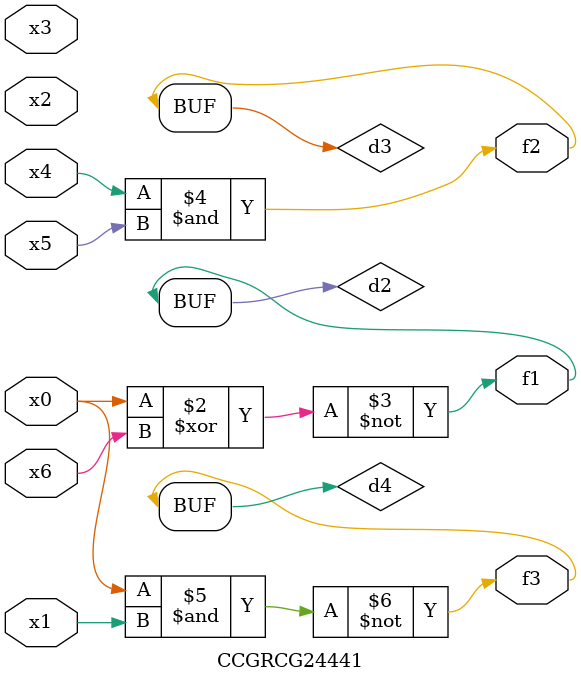
<source format=v>
module CCGRCG24441(
	input x0, x1, x2, x3, x4, x5, x6,
	output f1, f2, f3
);

	wire d1, d2, d3, d4;

	nor (d1, x0);
	xnor (d2, x0, x6);
	and (d3, x4, x5);
	nand (d4, x0, x1);
	assign f1 = d2;
	assign f2 = d3;
	assign f3 = d4;
endmodule

</source>
